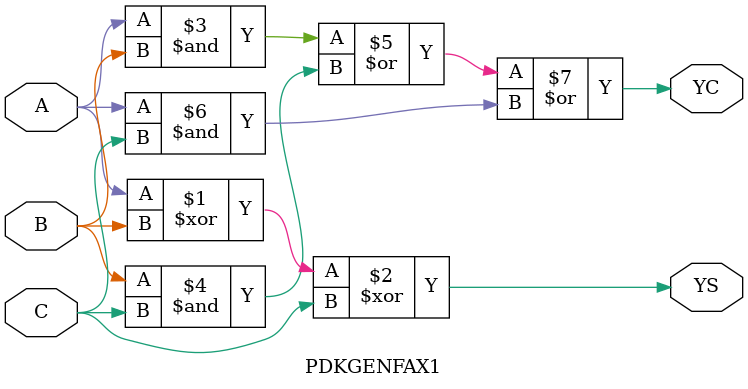
<source format=v>

/***
* This code is a part of EvoApproxLib library (ehw.fit.vutbr.cz/approxlib) distributed under The MIT License.
* When used, please cite the following article(s): V. Mrazek, Z. Vasicek, L. Sekanina, H. Jiang and J. Han, "Scalable Construction of Approximate Multipliers With Formally Guaranteed Worst Case Error" in IEEE Transactions on Very Large Scale Integration (VLSI) Systems, vol. 26, no. 11, pp. 2572-2576, Nov. 2018. doi: 10.1109/TVLSI.2018.2856362 
* This file contains a circuit from a sub-set of pareto optimal circuits with respect to the pwr and mae parameters
***/
// MAE% = 0.0000075 %
// MAE = 1.2 
// WCE% = 0.00003 %
// WCE = 5.0 
// WCRE% = 100.00 %
// EP% = 50.00 %
// MRE% = 0.00062 %
// MSE = 3.8 
// PDK45_PWR = 1.152 mW
// PDK45_AREA = 1584.8 um2
// PDK45_DELAY = 2.28 ns


module mul12u_2EC ( A, B, O );
  input [11:0] A;
  input [11:0] B;
  output [23:0] O;

  wire C_10_0,C_10_1,C_10_10,C_10_2,C_10_3,C_10_4,C_10_5,C_10_6,C_10_7,C_10_8,C_10_9,C_11_0,C_11_1,C_11_10,C_11_2,C_11_3,C_11_4,C_11_5,C_11_6,C_11_7,C_11_8,C_11_9,C_12_0,C_12_1,C_12_10,C_12_2,C_12_3,C_12_4,C_12_5,C_12_6,C_12_7,C_12_8,C_12_9,C_1_1,C_1_10,C_1_2,C_1_3,C_1_4,C_1_5,C_1_6,C_1_7,C_1_8,C_1_9,C_2_0,C_2_1,C_2_10,C_2_2,C_2_3,C_2_4,C_2_5,C_2_6,C_2_7,C_2_8,C_2_9,C_3_0,C_3_1,C_3_10,C_3_2,C_3_3,C_3_4,C_3_5,C_3_6,C_3_7,C_3_8,C_3_9,C_4_0,C_4_1,C_4_10,C_4_2,C_4_3,C_4_4,C_4_5,C_4_6,C_4_7,C_4_8,C_4_9,C_5_0,C_5_1,C_5_10,C_5_2,C_5_3,C_5_4,C_5_5,C_5_6,C_5_7,C_5_8,C_5_9,C_6_0,C_6_1,C_6_10,C_6_2,C_6_3,C_6_4,C_6_5,C_6_6,C_6_7,C_6_8,C_6_9,C_7_0,C_7_1,C_7_10,C_7_2,C_7_3,C_7_4,C_7_5,C_7_6,C_7_7,C_7_8,C_7_9,C_8_0,C_8_1,C_8_10,C_8_2,C_8_3,C_8_4,C_8_5,C_8_6,C_8_7,C_8_8,C_8_9,C_9_0,C_9_1,C_9_10,C_9_2,C_9_3,C_9_4,C_9_5,C_9_6,C_9_7,C_9_8,C_9_9,S_0_10,S_0_11,S_0_2,S_0_3,S_0_4,S_0_5,S_0_6,S_0_7,S_0_8,S_0_9,S_10_0,S_10_1,S_10_10,S_10_11,S_10_2,S_10_3,S_10_4,S_10_5,S_10_6,S_10_7,S_10_8,S_10_9,S_11_0,S_11_1,S_11_10,S_11_11,S_11_2,S_11_3,S_11_4,S_11_5,S_11_6,S_11_7,S_11_8,S_11_9,S_12_0,S_12_1,S_12_10,S_12_11,S_12_2,S_12_3,S_12_4,S_12_5,S_12_6,S_12_7,S_12_8,S_12_9,S_1_1,S_1_10,S_1_11,S_1_2,S_1_3,S_1_4,S_1_5,S_1_6,S_1_7,S_1_8,S_1_9,S_2_0,S_2_1,S_2_10,S_2_11,S_2_2,S_2_3,S_2_4,S_2_5,S_2_6,S_2_7,S_2_8,S_2_9,S_3_0,S_3_1,S_3_10,S_3_11,S_3_2,S_3_3,S_3_4,S_3_5,S_3_6,S_3_7,S_3_8,S_3_9,S_4_0,S_4_1,S_4_10,S_4_11,S_4_2,S_4_3,S_4_4,S_4_5,S_4_6,S_4_7,S_4_8,S_4_9,S_5_0,S_5_1,S_5_10,S_5_11,S_5_2,S_5_3,S_5_4,S_5_5,S_5_6,S_5_7,S_5_8,S_5_9,S_6_0,S_6_1,S_6_10,S_6_11,S_6_2,S_6_3,S_6_4,S_6_5,S_6_6,S_6_7,S_6_8,S_6_9,S_7_0,S_7_1,S_7_10,S_7_11,S_7_2,S_7_3,S_7_4,S_7_5,S_7_6,S_7_7,S_7_8,S_7_9,S_8_0,S_8_1,S_8_10,S_8_11,S_8_2,S_8_3,S_8_4,S_8_5,S_8_6,S_8_7,S_8_8,S_8_9,S_9_0,S_9_1,S_9_10,S_9_11,S_9_2,S_9_3,S_9_4,S_9_5,S_9_6,S_9_7,S_9_8,S_9_9;

  assign S_0_2 = (A[0] & B[2]);
  assign S_0_3 = (A[0] & B[3]);
  assign S_0_4 = (A[0] & B[4]);
  assign S_0_5 = (A[0] & B[5]);
  assign S_0_6 = (A[0] & B[6]);
  assign S_0_7 = (A[0] & B[7]);
  assign S_0_8 = (A[0] & B[8]);
  assign S_0_9 = (A[0] & B[9]);
  assign S_0_10 = (A[0] & B[10]);
  assign S_0_11 = (A[0] & B[11]);
  PDKGENHAX1 U12734 (.A(S_0_2), .B((A[1] & B[1])), .YS(S_1_1), .YC(C_1_1));
  PDKGENHAX1 U12735 (.A(S_0_3), .B((A[1] & B[2])), .YS(S_1_2), .YC(C_1_2));
  PDKGENHAX1 U12736 (.A(S_0_4), .B((A[1] & B[3])), .YS(S_1_3), .YC(C_1_3));
  PDKGENHAX1 U12737 (.A(S_0_5), .B((A[1] & B[4])), .YS(S_1_4), .YC(C_1_4));
  PDKGENHAX1 U12738 (.A(S_0_6), .B((A[1] & B[5])), .YS(S_1_5), .YC(C_1_5));
  PDKGENHAX1 U12739 (.A(S_0_7), .B((A[1] & B[6])), .YS(S_1_6), .YC(C_1_6));
  PDKGENHAX1 U12740 (.A(S_0_8), .B((A[1] & B[7])), .YS(S_1_7), .YC(C_1_7));
  PDKGENHAX1 U12741 (.A(S_0_9), .B((A[1] & B[8])), .YS(S_1_8), .YC(C_1_8));
  PDKGENHAX1 U12742 (.A(S_0_10), .B((A[1] & B[9])), .YS(S_1_9), .YC(C_1_9));
  PDKGENHAX1 U12743 (.A(S_0_11), .B((A[1] & B[10])), .YS(S_1_10), .YC(C_1_10));
  assign S_1_11 = (A[1] & B[11]);
  PDKGENHAX1 U12745 (.A(S_1_1), .B((A[2] & B[0])), .YS(S_2_0), .YC(C_2_0));
  PDKGENFAX1 U12746 (.A(S_1_2), .B(C_1_1), .C((A[2] & B[1])), .YS(S_2_1), .YC(C_2_1));
  PDKGENFAX1 U12747 (.A(S_1_3), .B(C_1_2), .C((A[2] & B[2])), .YS(S_2_2), .YC(C_2_2));
  PDKGENFAX1 U12748 (.A(S_1_4), .B(C_1_3), .C((A[2] & B[3])), .YS(S_2_3), .YC(C_2_3));
  PDKGENFAX1 U12749 (.A(S_1_5), .B(C_1_4), .C((A[2] & B[4])), .YS(S_2_4), .YC(C_2_4));
  PDKGENFAX1 U12750 (.A(S_1_6), .B(C_1_5), .C((A[2] & B[5])), .YS(S_2_5), .YC(C_2_5));
  PDKGENFAX1 U12751 (.A(S_1_7), .B(C_1_6), .C((A[2] & B[6])), .YS(S_2_6), .YC(C_2_6));
  PDKGENFAX1 U12752 (.A(S_1_8), .B(C_1_7), .C((A[2] & B[7])), .YS(S_2_7), .YC(C_2_7));
  PDKGENFAX1 U12753 (.A(S_1_9), .B(C_1_8), .C((A[2] & B[8])), .YS(S_2_8), .YC(C_2_8));
  PDKGENFAX1 U12754 (.A(S_1_10), .B(C_1_9), .C((A[2] & B[9])), .YS(S_2_9), .YC(C_2_9));
  PDKGENFAX1 U12755 (.A(S_1_11), .B(C_1_10), .C((A[2] & B[10])), .YS(S_2_10), .YC(C_2_10));
  assign S_2_11 = (A[2] & B[11]);
  PDKGENFAX1 U12757 (.A(S_2_1), .B(C_2_0), .C((A[3] & B[0])), .YS(S_3_0), .YC(C_3_0));
  PDKGENFAX1 U12758 (.A(S_2_2), .B(C_2_1), .C((A[3] & B[1])), .YS(S_3_1), .YC(C_3_1));
  PDKGENFAX1 U12759 (.A(S_2_3), .B(C_2_2), .C((A[3] & B[2])), .YS(S_3_2), .YC(C_3_2));
  PDKGENFAX1 U12760 (.A(S_2_4), .B(C_2_3), .C((A[3] & B[3])), .YS(S_3_3), .YC(C_3_3));
  PDKGENFAX1 U12761 (.A(S_2_5), .B(C_2_4), .C((A[3] & B[4])), .YS(S_3_4), .YC(C_3_4));
  PDKGENFAX1 U12762 (.A(S_2_6), .B(C_2_5), .C((A[3] & B[5])), .YS(S_3_5), .YC(C_3_5));
  PDKGENFAX1 U12763 (.A(S_2_7), .B(C_2_6), .C((A[3] & B[6])), .YS(S_3_6), .YC(C_3_6));
  PDKGENFAX1 U12764 (.A(S_2_8), .B(C_2_7), .C((A[3] & B[7])), .YS(S_3_7), .YC(C_3_7));
  PDKGENFAX1 U12765 (.A(S_2_9), .B(C_2_8), .C((A[3] & B[8])), .YS(S_3_8), .YC(C_3_8));
  PDKGENFAX1 U12766 (.A(S_2_10), .B(C_2_9), .C((A[3] & B[9])), .YS(S_3_9), .YC(C_3_9));
  PDKGENFAX1 U12767 (.A(S_2_11), .B(C_2_10), .C((A[3] & B[10])), .YS(S_3_10), .YC(C_3_10));
  assign S_3_11 = (A[3] & B[11]);
  PDKGENFAX1 U12769 (.A(S_3_1), .B(C_3_0), .C((A[4] & B[0])), .YS(S_4_0), .YC(C_4_0));
  PDKGENFAX1 U12770 (.A(S_3_2), .B(C_3_1), .C((A[4] & B[1])), .YS(S_4_1), .YC(C_4_1));
  PDKGENFAX1 U12771 (.A(S_3_3), .B(C_3_2), .C((A[4] & B[2])), .YS(S_4_2), .YC(C_4_2));
  PDKGENFAX1 U12772 (.A(S_3_4), .B(C_3_3), .C((A[4] & B[3])), .YS(S_4_3), .YC(C_4_3));
  PDKGENFAX1 U12773 (.A(S_3_5), .B(C_3_4), .C((A[4] & B[4])), .YS(S_4_4), .YC(C_4_4));
  PDKGENFAX1 U12774 (.A(S_3_6), .B(C_3_5), .C((A[4] & B[5])), .YS(S_4_5), .YC(C_4_5));
  PDKGENFAX1 U12775 (.A(S_3_7), .B(C_3_6), .C((A[4] & B[6])), .YS(S_4_6), .YC(C_4_6));
  PDKGENFAX1 U12776 (.A(S_3_8), .B(C_3_7), .C((A[4] & B[7])), .YS(S_4_7), .YC(C_4_7));
  PDKGENFAX1 U12777 (.A(S_3_9), .B(C_3_8), .C((A[4] & B[8])), .YS(S_4_8), .YC(C_4_8));
  PDKGENFAX1 U12778 (.A(S_3_10), .B(C_3_9), .C((A[4] & B[9])), .YS(S_4_9), .YC(C_4_9));
  PDKGENFAX1 U12779 (.A(S_3_11), .B(C_3_10), .C((A[4] & B[10])), .YS(S_4_10), .YC(C_4_10));
  assign S_4_11 = (A[4] & B[11]);
  PDKGENFAX1 U12781 (.A(S_4_1), .B(C_4_0), .C((A[5] & B[0])), .YS(S_5_0), .YC(C_5_0));
  PDKGENFAX1 U12782 (.A(S_4_2), .B(C_4_1), .C((A[5] & B[1])), .YS(S_5_1), .YC(C_5_1));
  PDKGENFAX1 U12783 (.A(S_4_3), .B(C_4_2), .C((A[5] & B[2])), .YS(S_5_2), .YC(C_5_2));
  PDKGENFAX1 U12784 (.A(S_4_4), .B(C_4_3), .C((A[5] & B[3])), .YS(S_5_3), .YC(C_5_3));
  PDKGENFAX1 U12785 (.A(S_4_5), .B(C_4_4), .C((A[5] & B[4])), .YS(S_5_4), .YC(C_5_4));
  PDKGENFAX1 U12786 (.A(S_4_6), .B(C_4_5), .C((A[5] & B[5])), .YS(S_5_5), .YC(C_5_5));
  PDKGENFAX1 U12787 (.A(S_4_7), .B(C_4_6), .C((A[5] & B[6])), .YS(S_5_6), .YC(C_5_6));
  PDKGENFAX1 U12788 (.A(S_4_8), .B(C_4_7), .C((A[5] & B[7])), .YS(S_5_7), .YC(C_5_7));
  PDKGENFAX1 U12789 (.A(S_4_9), .B(C_4_8), .C((A[5] & B[8])), .YS(S_5_8), .YC(C_5_8));
  PDKGENFAX1 U12790 (.A(S_4_10), .B(C_4_9), .C((A[5] & B[9])), .YS(S_5_9), .YC(C_5_9));
  PDKGENFAX1 U12791 (.A(S_4_11), .B(C_4_10), .C((A[5] & B[10])), .YS(S_5_10), .YC(C_5_10));
  assign S_5_11 = (A[5] & B[11]);
  PDKGENFAX1 U12793 (.A(S_5_1), .B(C_5_0), .C((A[6] & B[0])), .YS(S_6_0), .YC(C_6_0));
  PDKGENFAX1 U12794 (.A(S_5_2), .B(C_5_1), .C((A[6] & B[1])), .YS(S_6_1), .YC(C_6_1));
  PDKGENFAX1 U12795 (.A(S_5_3), .B(C_5_2), .C((A[6] & B[2])), .YS(S_6_2), .YC(C_6_2));
  PDKGENFAX1 U12796 (.A(S_5_4), .B(C_5_3), .C((A[6] & B[3])), .YS(S_6_3), .YC(C_6_3));
  PDKGENFAX1 U12797 (.A(S_5_5), .B(C_5_4), .C((A[6] & B[4])), .YS(S_6_4), .YC(C_6_4));
  PDKGENFAX1 U12798 (.A(S_5_6), .B(C_5_5), .C((A[6] & B[5])), .YS(S_6_5), .YC(C_6_5));
  PDKGENFAX1 U12799 (.A(S_5_7), .B(C_5_6), .C((A[6] & B[6])), .YS(S_6_6), .YC(C_6_6));
  PDKGENFAX1 U12800 (.A(S_5_8), .B(C_5_7), .C((A[6] & B[7])), .YS(S_6_7), .YC(C_6_7));
  PDKGENFAX1 U12801 (.A(S_5_9), .B(C_5_8), .C((A[6] & B[8])), .YS(S_6_8), .YC(C_6_8));
  PDKGENFAX1 U12802 (.A(S_5_10), .B(C_5_9), .C((A[6] & B[9])), .YS(S_6_9), .YC(C_6_9));
  PDKGENFAX1 U12803 (.A(S_5_11), .B(C_5_10), .C((A[6] & B[10])), .YS(S_6_10), .YC(C_6_10));
  assign S_6_11 = (A[6] & B[11]);
  PDKGENFAX1 U12805 (.A(S_6_1), .B(C_6_0), .C((A[7] & B[0])), .YS(S_7_0), .YC(C_7_0));
  PDKGENFAX1 U12806 (.A(S_6_2), .B(C_6_1), .C((A[7] & B[1])), .YS(S_7_1), .YC(C_7_1));
  PDKGENFAX1 U12807 (.A(S_6_3), .B(C_6_2), .C((A[7] & B[2])), .YS(S_7_2), .YC(C_7_2));
  PDKGENFAX1 U12808 (.A(S_6_4), .B(C_6_3), .C((A[7] & B[3])), .YS(S_7_3), .YC(C_7_3));
  PDKGENFAX1 U12809 (.A(S_6_5), .B(C_6_4), .C((A[7] & B[4])), .YS(S_7_4), .YC(C_7_4));
  PDKGENFAX1 U12810 (.A(S_6_6), .B(C_6_5), .C((A[7] & B[5])), .YS(S_7_5), .YC(C_7_5));
  PDKGENFAX1 U12811 (.A(S_6_7), .B(C_6_6), .C((A[7] & B[6])), .YS(S_7_6), .YC(C_7_6));
  PDKGENFAX1 U12812 (.A(S_6_8), .B(C_6_7), .C((A[7] & B[7])), .YS(S_7_7), .YC(C_7_7));
  PDKGENFAX1 U12813 (.A(S_6_9), .B(C_6_8), .C((A[7] & B[8])), .YS(S_7_8), .YC(C_7_8));
  PDKGENFAX1 U12814 (.A(S_6_10), .B(C_6_9), .C((A[7] & B[9])), .YS(S_7_9), .YC(C_7_9));
  PDKGENFAX1 U12815 (.A(S_6_11), .B(C_6_10), .C((A[7] & B[10])), .YS(S_7_10), .YC(C_7_10));
  assign S_7_11 = (A[7] & B[11]);
  PDKGENFAX1 U12817 (.A(S_7_1), .B(C_7_0), .C((A[8] & B[0])), .YS(S_8_0), .YC(C_8_0));
  PDKGENFAX1 U12818 (.A(S_7_2), .B(C_7_1), .C((A[8] & B[1])), .YS(S_8_1), .YC(C_8_1));
  PDKGENFAX1 U12819 (.A(S_7_3), .B(C_7_2), .C((A[8] & B[2])), .YS(S_8_2), .YC(C_8_2));
  PDKGENFAX1 U12820 (.A(S_7_4), .B(C_7_3), .C((A[8] & B[3])), .YS(S_8_3), .YC(C_8_3));
  PDKGENFAX1 U12821 (.A(S_7_5), .B(C_7_4), .C((A[8] & B[4])), .YS(S_8_4), .YC(C_8_4));
  PDKGENFAX1 U12822 (.A(S_7_6), .B(C_7_5), .C((A[8] & B[5])), .YS(S_8_5), .YC(C_8_5));
  PDKGENFAX1 U12823 (.A(S_7_7), .B(C_7_6), .C((A[8] & B[6])), .YS(S_8_6), .YC(C_8_6));
  PDKGENFAX1 U12824 (.A(S_7_8), .B(C_7_7), .C((A[8] & B[7])), .YS(S_8_7), .YC(C_8_7));
  PDKGENFAX1 U12825 (.A(S_7_9), .B(C_7_8), .C((A[8] & B[8])), .YS(S_8_8), .YC(C_8_8));
  PDKGENFAX1 U12826 (.A(S_7_10), .B(C_7_9), .C((A[8] & B[9])), .YS(S_8_9), .YC(C_8_9));
  PDKGENFAX1 U12827 (.A(S_7_11), .B(C_7_10), .C((A[8] & B[10])), .YS(S_8_10), .YC(C_8_10));
  assign S_8_11 = (A[8] & B[11]);
  PDKGENFAX1 U12829 (.A(S_8_1), .B(C_8_0), .C((A[9] & B[0])), .YS(S_9_0), .YC(C_9_0));
  PDKGENFAX1 U12830 (.A(S_8_2), .B(C_8_1), .C((A[9] & B[1])), .YS(S_9_1), .YC(C_9_1));
  PDKGENFAX1 U12831 (.A(S_8_3), .B(C_8_2), .C((A[9] & B[2])), .YS(S_9_2), .YC(C_9_2));
  PDKGENFAX1 U12832 (.A(S_8_4), .B(C_8_3), .C((A[9] & B[3])), .YS(S_9_3), .YC(C_9_3));
  PDKGENFAX1 U12833 (.A(S_8_5), .B(C_8_4), .C((A[9] & B[4])), .YS(S_9_4), .YC(C_9_4));
  PDKGENFAX1 U12834 (.A(S_8_6), .B(C_8_5), .C((A[9] & B[5])), .YS(S_9_5), .YC(C_9_5));
  PDKGENFAX1 U12835 (.A(S_8_7), .B(C_8_6), .C((A[9] & B[6])), .YS(S_9_6), .YC(C_9_6));
  PDKGENFAX1 U12836 (.A(S_8_8), .B(C_8_7), .C((A[9] & B[7])), .YS(S_9_7), .YC(C_9_7));
  PDKGENFAX1 U12837 (.A(S_8_9), .B(C_8_8), .C((A[9] & B[8])), .YS(S_9_8), .YC(C_9_8));
  PDKGENFAX1 U12838 (.A(S_8_10), .B(C_8_9), .C((A[9] & B[9])), .YS(S_9_9), .YC(C_9_9));
  PDKGENFAX1 U12839 (.A(S_8_11), .B(C_8_10), .C((A[9] & B[10])), .YS(S_9_10), .YC(C_9_10));
  assign S_9_11 = (A[9] & B[11]);
  PDKGENFAX1 U12841 (.A(S_9_1), .B(C_9_0), .C((A[10] & B[0])), .YS(S_10_0), .YC(C_10_0));
  PDKGENFAX1 U12842 (.A(S_9_2), .B(C_9_1), .C((A[10] & B[1])), .YS(S_10_1), .YC(C_10_1));
  PDKGENFAX1 U12843 (.A(S_9_3), .B(C_9_2), .C((A[10] & B[2])), .YS(S_10_2), .YC(C_10_2));
  PDKGENFAX1 U12844 (.A(S_9_4), .B(C_9_3), .C((A[10] & B[3])), .YS(S_10_3), .YC(C_10_3));
  PDKGENFAX1 U12845 (.A(S_9_5), .B(C_9_4), .C((A[10] & B[4])), .YS(S_10_4), .YC(C_10_4));
  PDKGENFAX1 U12846 (.A(S_9_6), .B(C_9_5), .C((A[10] & B[5])), .YS(S_10_5), .YC(C_10_5));
  PDKGENFAX1 U12847 (.A(S_9_7), .B(C_9_6), .C((A[10] & B[6])), .YS(S_10_6), .YC(C_10_6));
  PDKGENFAX1 U12848 (.A(S_9_8), .B(C_9_7), .C((A[10] & B[7])), .YS(S_10_7), .YC(C_10_7));
  PDKGENFAX1 U12849 (.A(S_9_9), .B(C_9_8), .C((A[10] & B[8])), .YS(S_10_8), .YC(C_10_8));
  PDKGENFAX1 U12850 (.A(S_9_10), .B(C_9_9), .C((A[10] & B[9])), .YS(S_10_9), .YC(C_10_9));
  PDKGENFAX1 U12851 (.A(S_9_11), .B(C_9_10), .C((A[10] & B[10])), .YS(S_10_10), .YC(C_10_10));
  assign S_10_11 = (A[10] & B[11]);
  PDKGENFAX1 U12853 (.A(S_10_1), .B(C_10_0), .C((A[11] & B[0])), .YS(S_11_0), .YC(C_11_0));
  PDKGENFAX1 U12854 (.A(S_10_2), .B(C_10_1), .C((A[11] & B[1])), .YS(S_11_1), .YC(C_11_1));
  PDKGENFAX1 U12855 (.A(S_10_3), .B(C_10_2), .C((A[11] & B[2])), .YS(S_11_2), .YC(C_11_2));
  PDKGENFAX1 U12856 (.A(S_10_4), .B(C_10_3), .C((A[11] & B[3])), .YS(S_11_3), .YC(C_11_3));
  PDKGENFAX1 U12857 (.A(S_10_5), .B(C_10_4), .C((A[11] & B[4])), .YS(S_11_4), .YC(C_11_4));
  PDKGENFAX1 U12858 (.A(S_10_6), .B(C_10_5), .C((A[11] & B[5])), .YS(S_11_5), .YC(C_11_5));
  PDKGENFAX1 U12859 (.A(S_10_7), .B(C_10_6), .C((A[11] & B[6])), .YS(S_11_6), .YC(C_11_6));
  PDKGENFAX1 U12860 (.A(S_10_8), .B(C_10_7), .C((A[11] & B[7])), .YS(S_11_7), .YC(C_11_7));
  PDKGENFAX1 U12861 (.A(S_10_9), .B(C_10_8), .C((A[11] & B[8])), .YS(S_11_8), .YC(C_11_8));
  PDKGENFAX1 U12862 (.A(S_10_10), .B(C_10_9), .C((A[11] & B[9])), .YS(S_11_9), .YC(C_11_9));
  PDKGENFAX1 U12863 (.A(S_10_11), .B(C_10_10), .C((A[11] & B[10])), .YS(S_11_10), .YC(C_11_10));
  assign S_11_11 = (A[11] & B[11]);
  PDKGENHAX1 U12865 (.A(S_11_1), .B(C_11_0), .YS(S_12_0), .YC(C_12_0));
  PDKGENFAX1 U12866 (.A(S_11_2), .B(C_12_0), .C(C_11_1), .YS(S_12_1), .YC(C_12_1));
  PDKGENFAX1 U12867 (.A(S_11_3), .B(C_12_1), .C(C_11_2), .YS(S_12_2), .YC(C_12_2));
  PDKGENFAX1 U12868 (.A(S_11_4), .B(C_12_2), .C(C_11_3), .YS(S_12_3), .YC(C_12_3));
  PDKGENFAX1 U12869 (.A(S_11_5), .B(C_12_3), .C(C_11_4), .YS(S_12_4), .YC(C_12_4));
  PDKGENFAX1 U12870 (.A(S_11_6), .B(C_12_4), .C(C_11_5), .YS(S_12_5), .YC(C_12_5));
  PDKGENFAX1 U12871 (.A(S_11_7), .B(C_12_5), .C(C_11_6), .YS(S_12_6), .YC(C_12_6));
  PDKGENFAX1 U12872 (.A(S_11_8), .B(C_12_6), .C(C_11_7), .YS(S_12_7), .YC(C_12_7));
  PDKGENFAX1 U12873 (.A(S_11_9), .B(C_12_7), .C(C_11_8), .YS(S_12_8), .YC(C_12_8));
  PDKGENFAX1 U12874 (.A(S_11_10), .B(C_12_8), .C(C_11_9), .YS(S_12_9), .YC(C_12_9));
  PDKGENFAX1 U12875 (.A(S_11_11), .B(C_12_9), .C(C_11_10), .YS(S_12_10), .YC(C_12_10));
  assign S_12_11 = C_12_10;
  assign O = {S_12_11,S_12_10,S_12_9,S_12_8,S_12_7,S_12_6,S_12_5,S_12_4,S_12_3,S_12_2,S_12_1,S_12_0,S_11_0,S_10_0,S_9_0,S_8_0,S_7_0,S_6_0,S_5_0,S_4_0,S_3_0,S_2_0,1'b0,1'b0};

endmodule

/* mod */
module PDKGENHAX1( input A, input B, output YS, output YC );
    assign YS = A ^ B;
    assign YC = A & B;
endmodule
/* mod */
module PDKGENFAX1( input A, input B, input C, output YS, output YC );
    assign YS = (A ^ B) ^ C;
    assign YC = (A & B) | (B & C) | (A & C);
endmodule

</source>
